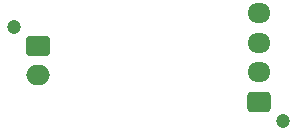
<source format=gbr>
G04 #@! TF.GenerationSoftware,KiCad,Pcbnew,9.0.4*
G04 #@! TF.CreationDate,2025-11-13T19:43:41-05:00*
G04 #@! TF.ProjectId,TC_shuwen,54435f73-6875-4776-956e-2e6b69636164,rev?*
G04 #@! TF.SameCoordinates,Original*
G04 #@! TF.FileFunction,Soldermask,Bot*
G04 #@! TF.FilePolarity,Negative*
%FSLAX46Y46*%
G04 Gerber Fmt 4.6, Leading zero omitted, Abs format (unit mm)*
G04 Created by KiCad (PCBNEW 9.0.4) date 2025-11-13 19:43:41*
%MOMM*%
%LPD*%
G01*
G04 APERTURE LIST*
G04 Aperture macros list*
%AMRoundRect*
0 Rectangle with rounded corners*
0 $1 Rounding radius*
0 $2 $3 $4 $5 $6 $7 $8 $9 X,Y pos of 4 corners*
0 Add a 4 corners polygon primitive as box body*
4,1,4,$2,$3,$4,$5,$6,$7,$8,$9,$2,$3,0*
0 Add four circle primitives for the rounded corners*
1,1,$1+$1,$2,$3*
1,1,$1+$1,$4,$5*
1,1,$1+$1,$6,$7*
1,1,$1+$1,$8,$9*
0 Add four rect primitives between the rounded corners*
20,1,$1+$1,$2,$3,$4,$5,0*
20,1,$1+$1,$4,$5,$6,$7,0*
20,1,$1+$1,$6,$7,$8,$9,0*
20,1,$1+$1,$8,$9,$2,$3,0*%
G04 Aperture macros list end*
%ADD10C,1.200000*%
%ADD11RoundRect,0.250000X0.725000X-0.600000X0.725000X0.600000X-0.725000X0.600000X-0.725000X-0.600000X0*%
%ADD12O,1.950000X1.700000*%
%ADD13RoundRect,0.250000X-0.750000X0.600000X-0.750000X-0.600000X0.750000X-0.600000X0.750000X0.600000X0*%
%ADD14O,2.000000X1.700000*%
G04 APERTURE END LIST*
D10*
X144500000Y-84350000D03*
D11*
X142500000Y-82750000D03*
D12*
X142500000Y-80250000D03*
X142500000Y-77750000D03*
X142500000Y-75250000D03*
D10*
X121750000Y-76400000D03*
D13*
X123750000Y-78000000D03*
D14*
X123750000Y-80500000D03*
M02*

</source>
